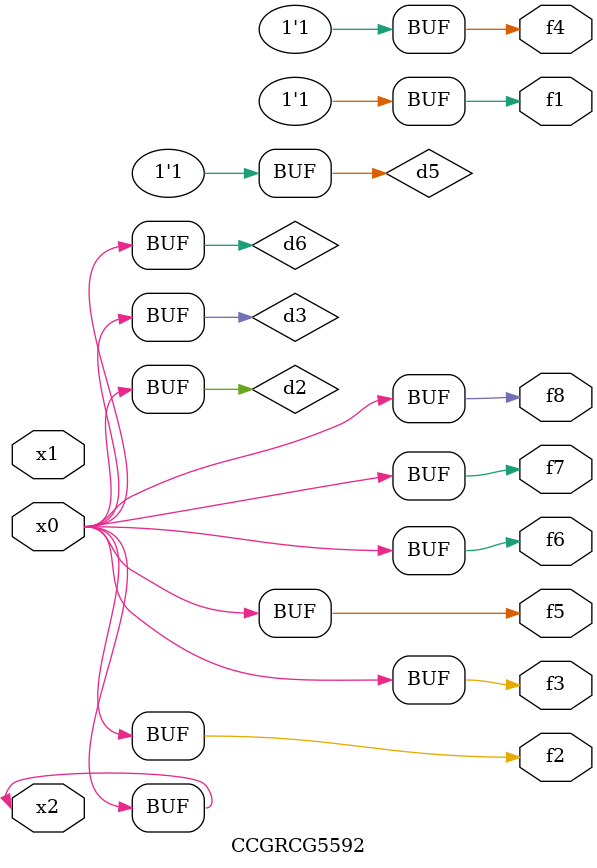
<source format=v>
module CCGRCG5592(
	input x0, x1, x2,
	output f1, f2, f3, f4, f5, f6, f7, f8
);

	wire d1, d2, d3, d4, d5, d6;

	xnor (d1, x2);
	buf (d2, x0, x2);
	and (d3, x0);
	xnor (d4, x1, x2);
	nand (d5, d1, d3);
	buf (d6, d2, d3);
	assign f1 = d5;
	assign f2 = d6;
	assign f3 = d6;
	assign f4 = d5;
	assign f5 = d6;
	assign f6 = d6;
	assign f7 = d6;
	assign f8 = d6;
endmodule

</source>
